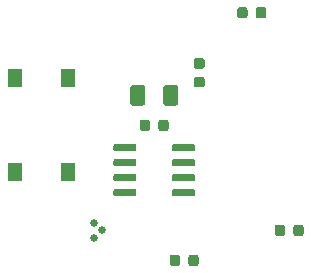
<source format=gtp>
G04 #@! TF.GenerationSoftware,KiCad,Pcbnew,(5.1.5)-3*
G04 #@! TF.CreationDate,2019-12-28T19:55:40-06:00*
G04 #@! TF.ProjectId,tymkrs_Cyphercon_2020_IRbutton,74796d6b-7273-45f4-9379-70686572636f,V0*
G04 #@! TF.SameCoordinates,Original*
G04 #@! TF.FileFunction,Paste,Top*
G04 #@! TF.FilePolarity,Positive*
%FSLAX46Y46*%
G04 Gerber Fmt 4.6, Leading zero omitted, Abs format (unit mm)*
G04 Created by KiCad (PCBNEW (5.1.5)-3) date 2019-12-28 19:55:40*
%MOMM*%
%LPD*%
G04 APERTURE LIST*
%ADD10C,0.100000*%
%ADD11R,1.300000X1.550000*%
%ADD12C,0.635000*%
G04 APERTURE END LIST*
D10*
G36*
X159524703Y-92410722D02*
G01*
X159539264Y-92412882D01*
X159553543Y-92416459D01*
X159567403Y-92421418D01*
X159580710Y-92427712D01*
X159593336Y-92435280D01*
X159605159Y-92444048D01*
X159616066Y-92453934D01*
X159625952Y-92464841D01*
X159634720Y-92476664D01*
X159642288Y-92489290D01*
X159648582Y-92502597D01*
X159653541Y-92516457D01*
X159657118Y-92530736D01*
X159659278Y-92545297D01*
X159660000Y-92560000D01*
X159660000Y-92860000D01*
X159659278Y-92874703D01*
X159657118Y-92889264D01*
X159653541Y-92903543D01*
X159648582Y-92917403D01*
X159642288Y-92930710D01*
X159634720Y-92943336D01*
X159625952Y-92955159D01*
X159616066Y-92966066D01*
X159605159Y-92975952D01*
X159593336Y-92984720D01*
X159580710Y-92992288D01*
X159567403Y-92998582D01*
X159553543Y-93003541D01*
X159539264Y-93007118D01*
X159524703Y-93009278D01*
X159510000Y-93010000D01*
X157860000Y-93010000D01*
X157845297Y-93009278D01*
X157830736Y-93007118D01*
X157816457Y-93003541D01*
X157802597Y-92998582D01*
X157789290Y-92992288D01*
X157776664Y-92984720D01*
X157764841Y-92975952D01*
X157753934Y-92966066D01*
X157744048Y-92955159D01*
X157735280Y-92943336D01*
X157727712Y-92930710D01*
X157721418Y-92917403D01*
X157716459Y-92903543D01*
X157712882Y-92889264D01*
X157710722Y-92874703D01*
X157710000Y-92860000D01*
X157710000Y-92560000D01*
X157710722Y-92545297D01*
X157712882Y-92530736D01*
X157716459Y-92516457D01*
X157721418Y-92502597D01*
X157727712Y-92489290D01*
X157735280Y-92476664D01*
X157744048Y-92464841D01*
X157753934Y-92453934D01*
X157764841Y-92444048D01*
X157776664Y-92435280D01*
X157789290Y-92427712D01*
X157802597Y-92421418D01*
X157816457Y-92416459D01*
X157830736Y-92412882D01*
X157845297Y-92410722D01*
X157860000Y-92410000D01*
X159510000Y-92410000D01*
X159524703Y-92410722D01*
G37*
G36*
X159524703Y-93680722D02*
G01*
X159539264Y-93682882D01*
X159553543Y-93686459D01*
X159567403Y-93691418D01*
X159580710Y-93697712D01*
X159593336Y-93705280D01*
X159605159Y-93714048D01*
X159616066Y-93723934D01*
X159625952Y-93734841D01*
X159634720Y-93746664D01*
X159642288Y-93759290D01*
X159648582Y-93772597D01*
X159653541Y-93786457D01*
X159657118Y-93800736D01*
X159659278Y-93815297D01*
X159660000Y-93830000D01*
X159660000Y-94130000D01*
X159659278Y-94144703D01*
X159657118Y-94159264D01*
X159653541Y-94173543D01*
X159648582Y-94187403D01*
X159642288Y-94200710D01*
X159634720Y-94213336D01*
X159625952Y-94225159D01*
X159616066Y-94236066D01*
X159605159Y-94245952D01*
X159593336Y-94254720D01*
X159580710Y-94262288D01*
X159567403Y-94268582D01*
X159553543Y-94273541D01*
X159539264Y-94277118D01*
X159524703Y-94279278D01*
X159510000Y-94280000D01*
X157860000Y-94280000D01*
X157845297Y-94279278D01*
X157830736Y-94277118D01*
X157816457Y-94273541D01*
X157802597Y-94268582D01*
X157789290Y-94262288D01*
X157776664Y-94254720D01*
X157764841Y-94245952D01*
X157753934Y-94236066D01*
X157744048Y-94225159D01*
X157735280Y-94213336D01*
X157727712Y-94200710D01*
X157721418Y-94187403D01*
X157716459Y-94173543D01*
X157712882Y-94159264D01*
X157710722Y-94144703D01*
X157710000Y-94130000D01*
X157710000Y-93830000D01*
X157710722Y-93815297D01*
X157712882Y-93800736D01*
X157716459Y-93786457D01*
X157721418Y-93772597D01*
X157727712Y-93759290D01*
X157735280Y-93746664D01*
X157744048Y-93734841D01*
X157753934Y-93723934D01*
X157764841Y-93714048D01*
X157776664Y-93705280D01*
X157789290Y-93697712D01*
X157802597Y-93691418D01*
X157816457Y-93686459D01*
X157830736Y-93682882D01*
X157845297Y-93680722D01*
X157860000Y-93680000D01*
X159510000Y-93680000D01*
X159524703Y-93680722D01*
G37*
G36*
X159524703Y-94950722D02*
G01*
X159539264Y-94952882D01*
X159553543Y-94956459D01*
X159567403Y-94961418D01*
X159580710Y-94967712D01*
X159593336Y-94975280D01*
X159605159Y-94984048D01*
X159616066Y-94993934D01*
X159625952Y-95004841D01*
X159634720Y-95016664D01*
X159642288Y-95029290D01*
X159648582Y-95042597D01*
X159653541Y-95056457D01*
X159657118Y-95070736D01*
X159659278Y-95085297D01*
X159660000Y-95100000D01*
X159660000Y-95400000D01*
X159659278Y-95414703D01*
X159657118Y-95429264D01*
X159653541Y-95443543D01*
X159648582Y-95457403D01*
X159642288Y-95470710D01*
X159634720Y-95483336D01*
X159625952Y-95495159D01*
X159616066Y-95506066D01*
X159605159Y-95515952D01*
X159593336Y-95524720D01*
X159580710Y-95532288D01*
X159567403Y-95538582D01*
X159553543Y-95543541D01*
X159539264Y-95547118D01*
X159524703Y-95549278D01*
X159510000Y-95550000D01*
X157860000Y-95550000D01*
X157845297Y-95549278D01*
X157830736Y-95547118D01*
X157816457Y-95543541D01*
X157802597Y-95538582D01*
X157789290Y-95532288D01*
X157776664Y-95524720D01*
X157764841Y-95515952D01*
X157753934Y-95506066D01*
X157744048Y-95495159D01*
X157735280Y-95483336D01*
X157727712Y-95470710D01*
X157721418Y-95457403D01*
X157716459Y-95443543D01*
X157712882Y-95429264D01*
X157710722Y-95414703D01*
X157710000Y-95400000D01*
X157710000Y-95100000D01*
X157710722Y-95085297D01*
X157712882Y-95070736D01*
X157716459Y-95056457D01*
X157721418Y-95042597D01*
X157727712Y-95029290D01*
X157735280Y-95016664D01*
X157744048Y-95004841D01*
X157753934Y-94993934D01*
X157764841Y-94984048D01*
X157776664Y-94975280D01*
X157789290Y-94967712D01*
X157802597Y-94961418D01*
X157816457Y-94956459D01*
X157830736Y-94952882D01*
X157845297Y-94950722D01*
X157860000Y-94950000D01*
X159510000Y-94950000D01*
X159524703Y-94950722D01*
G37*
G36*
X159524703Y-96220722D02*
G01*
X159539264Y-96222882D01*
X159553543Y-96226459D01*
X159567403Y-96231418D01*
X159580710Y-96237712D01*
X159593336Y-96245280D01*
X159605159Y-96254048D01*
X159616066Y-96263934D01*
X159625952Y-96274841D01*
X159634720Y-96286664D01*
X159642288Y-96299290D01*
X159648582Y-96312597D01*
X159653541Y-96326457D01*
X159657118Y-96340736D01*
X159659278Y-96355297D01*
X159660000Y-96370000D01*
X159660000Y-96670000D01*
X159659278Y-96684703D01*
X159657118Y-96699264D01*
X159653541Y-96713543D01*
X159648582Y-96727403D01*
X159642288Y-96740710D01*
X159634720Y-96753336D01*
X159625952Y-96765159D01*
X159616066Y-96776066D01*
X159605159Y-96785952D01*
X159593336Y-96794720D01*
X159580710Y-96802288D01*
X159567403Y-96808582D01*
X159553543Y-96813541D01*
X159539264Y-96817118D01*
X159524703Y-96819278D01*
X159510000Y-96820000D01*
X157860000Y-96820000D01*
X157845297Y-96819278D01*
X157830736Y-96817118D01*
X157816457Y-96813541D01*
X157802597Y-96808582D01*
X157789290Y-96802288D01*
X157776664Y-96794720D01*
X157764841Y-96785952D01*
X157753934Y-96776066D01*
X157744048Y-96765159D01*
X157735280Y-96753336D01*
X157727712Y-96740710D01*
X157721418Y-96727403D01*
X157716459Y-96713543D01*
X157712882Y-96699264D01*
X157710722Y-96684703D01*
X157710000Y-96670000D01*
X157710000Y-96370000D01*
X157710722Y-96355297D01*
X157712882Y-96340736D01*
X157716459Y-96326457D01*
X157721418Y-96312597D01*
X157727712Y-96299290D01*
X157735280Y-96286664D01*
X157744048Y-96274841D01*
X157753934Y-96263934D01*
X157764841Y-96254048D01*
X157776664Y-96245280D01*
X157789290Y-96237712D01*
X157802597Y-96231418D01*
X157816457Y-96226459D01*
X157830736Y-96222882D01*
X157845297Y-96220722D01*
X157860000Y-96220000D01*
X159510000Y-96220000D01*
X159524703Y-96220722D01*
G37*
G36*
X154574703Y-96220722D02*
G01*
X154589264Y-96222882D01*
X154603543Y-96226459D01*
X154617403Y-96231418D01*
X154630710Y-96237712D01*
X154643336Y-96245280D01*
X154655159Y-96254048D01*
X154666066Y-96263934D01*
X154675952Y-96274841D01*
X154684720Y-96286664D01*
X154692288Y-96299290D01*
X154698582Y-96312597D01*
X154703541Y-96326457D01*
X154707118Y-96340736D01*
X154709278Y-96355297D01*
X154710000Y-96370000D01*
X154710000Y-96670000D01*
X154709278Y-96684703D01*
X154707118Y-96699264D01*
X154703541Y-96713543D01*
X154698582Y-96727403D01*
X154692288Y-96740710D01*
X154684720Y-96753336D01*
X154675952Y-96765159D01*
X154666066Y-96776066D01*
X154655159Y-96785952D01*
X154643336Y-96794720D01*
X154630710Y-96802288D01*
X154617403Y-96808582D01*
X154603543Y-96813541D01*
X154589264Y-96817118D01*
X154574703Y-96819278D01*
X154560000Y-96820000D01*
X152910000Y-96820000D01*
X152895297Y-96819278D01*
X152880736Y-96817118D01*
X152866457Y-96813541D01*
X152852597Y-96808582D01*
X152839290Y-96802288D01*
X152826664Y-96794720D01*
X152814841Y-96785952D01*
X152803934Y-96776066D01*
X152794048Y-96765159D01*
X152785280Y-96753336D01*
X152777712Y-96740710D01*
X152771418Y-96727403D01*
X152766459Y-96713543D01*
X152762882Y-96699264D01*
X152760722Y-96684703D01*
X152760000Y-96670000D01*
X152760000Y-96370000D01*
X152760722Y-96355297D01*
X152762882Y-96340736D01*
X152766459Y-96326457D01*
X152771418Y-96312597D01*
X152777712Y-96299290D01*
X152785280Y-96286664D01*
X152794048Y-96274841D01*
X152803934Y-96263934D01*
X152814841Y-96254048D01*
X152826664Y-96245280D01*
X152839290Y-96237712D01*
X152852597Y-96231418D01*
X152866457Y-96226459D01*
X152880736Y-96222882D01*
X152895297Y-96220722D01*
X152910000Y-96220000D01*
X154560000Y-96220000D01*
X154574703Y-96220722D01*
G37*
G36*
X154574703Y-94950722D02*
G01*
X154589264Y-94952882D01*
X154603543Y-94956459D01*
X154617403Y-94961418D01*
X154630710Y-94967712D01*
X154643336Y-94975280D01*
X154655159Y-94984048D01*
X154666066Y-94993934D01*
X154675952Y-95004841D01*
X154684720Y-95016664D01*
X154692288Y-95029290D01*
X154698582Y-95042597D01*
X154703541Y-95056457D01*
X154707118Y-95070736D01*
X154709278Y-95085297D01*
X154710000Y-95100000D01*
X154710000Y-95400000D01*
X154709278Y-95414703D01*
X154707118Y-95429264D01*
X154703541Y-95443543D01*
X154698582Y-95457403D01*
X154692288Y-95470710D01*
X154684720Y-95483336D01*
X154675952Y-95495159D01*
X154666066Y-95506066D01*
X154655159Y-95515952D01*
X154643336Y-95524720D01*
X154630710Y-95532288D01*
X154617403Y-95538582D01*
X154603543Y-95543541D01*
X154589264Y-95547118D01*
X154574703Y-95549278D01*
X154560000Y-95550000D01*
X152910000Y-95550000D01*
X152895297Y-95549278D01*
X152880736Y-95547118D01*
X152866457Y-95543541D01*
X152852597Y-95538582D01*
X152839290Y-95532288D01*
X152826664Y-95524720D01*
X152814841Y-95515952D01*
X152803934Y-95506066D01*
X152794048Y-95495159D01*
X152785280Y-95483336D01*
X152777712Y-95470710D01*
X152771418Y-95457403D01*
X152766459Y-95443543D01*
X152762882Y-95429264D01*
X152760722Y-95414703D01*
X152760000Y-95400000D01*
X152760000Y-95100000D01*
X152760722Y-95085297D01*
X152762882Y-95070736D01*
X152766459Y-95056457D01*
X152771418Y-95042597D01*
X152777712Y-95029290D01*
X152785280Y-95016664D01*
X152794048Y-95004841D01*
X152803934Y-94993934D01*
X152814841Y-94984048D01*
X152826664Y-94975280D01*
X152839290Y-94967712D01*
X152852597Y-94961418D01*
X152866457Y-94956459D01*
X152880736Y-94952882D01*
X152895297Y-94950722D01*
X152910000Y-94950000D01*
X154560000Y-94950000D01*
X154574703Y-94950722D01*
G37*
G36*
X154574703Y-93680722D02*
G01*
X154589264Y-93682882D01*
X154603543Y-93686459D01*
X154617403Y-93691418D01*
X154630710Y-93697712D01*
X154643336Y-93705280D01*
X154655159Y-93714048D01*
X154666066Y-93723934D01*
X154675952Y-93734841D01*
X154684720Y-93746664D01*
X154692288Y-93759290D01*
X154698582Y-93772597D01*
X154703541Y-93786457D01*
X154707118Y-93800736D01*
X154709278Y-93815297D01*
X154710000Y-93830000D01*
X154710000Y-94130000D01*
X154709278Y-94144703D01*
X154707118Y-94159264D01*
X154703541Y-94173543D01*
X154698582Y-94187403D01*
X154692288Y-94200710D01*
X154684720Y-94213336D01*
X154675952Y-94225159D01*
X154666066Y-94236066D01*
X154655159Y-94245952D01*
X154643336Y-94254720D01*
X154630710Y-94262288D01*
X154617403Y-94268582D01*
X154603543Y-94273541D01*
X154589264Y-94277118D01*
X154574703Y-94279278D01*
X154560000Y-94280000D01*
X152910000Y-94280000D01*
X152895297Y-94279278D01*
X152880736Y-94277118D01*
X152866457Y-94273541D01*
X152852597Y-94268582D01*
X152839290Y-94262288D01*
X152826664Y-94254720D01*
X152814841Y-94245952D01*
X152803934Y-94236066D01*
X152794048Y-94225159D01*
X152785280Y-94213336D01*
X152777712Y-94200710D01*
X152771418Y-94187403D01*
X152766459Y-94173543D01*
X152762882Y-94159264D01*
X152760722Y-94144703D01*
X152760000Y-94130000D01*
X152760000Y-93830000D01*
X152760722Y-93815297D01*
X152762882Y-93800736D01*
X152766459Y-93786457D01*
X152771418Y-93772597D01*
X152777712Y-93759290D01*
X152785280Y-93746664D01*
X152794048Y-93734841D01*
X152803934Y-93723934D01*
X152814841Y-93714048D01*
X152826664Y-93705280D01*
X152839290Y-93697712D01*
X152852597Y-93691418D01*
X152866457Y-93686459D01*
X152880736Y-93682882D01*
X152895297Y-93680722D01*
X152910000Y-93680000D01*
X154560000Y-93680000D01*
X154574703Y-93680722D01*
G37*
G36*
X154574703Y-92410722D02*
G01*
X154589264Y-92412882D01*
X154603543Y-92416459D01*
X154617403Y-92421418D01*
X154630710Y-92427712D01*
X154643336Y-92435280D01*
X154655159Y-92444048D01*
X154666066Y-92453934D01*
X154675952Y-92464841D01*
X154684720Y-92476664D01*
X154692288Y-92489290D01*
X154698582Y-92502597D01*
X154703541Y-92516457D01*
X154707118Y-92530736D01*
X154709278Y-92545297D01*
X154710000Y-92560000D01*
X154710000Y-92860000D01*
X154709278Y-92874703D01*
X154707118Y-92889264D01*
X154703541Y-92903543D01*
X154698582Y-92917403D01*
X154692288Y-92930710D01*
X154684720Y-92943336D01*
X154675952Y-92955159D01*
X154666066Y-92966066D01*
X154655159Y-92975952D01*
X154643336Y-92984720D01*
X154630710Y-92992288D01*
X154617403Y-92998582D01*
X154603543Y-93003541D01*
X154589264Y-93007118D01*
X154574703Y-93009278D01*
X154560000Y-93010000D01*
X152910000Y-93010000D01*
X152895297Y-93009278D01*
X152880736Y-93007118D01*
X152866457Y-93003541D01*
X152852597Y-92998582D01*
X152839290Y-92992288D01*
X152826664Y-92984720D01*
X152814841Y-92975952D01*
X152803934Y-92966066D01*
X152794048Y-92955159D01*
X152785280Y-92943336D01*
X152777712Y-92930710D01*
X152771418Y-92917403D01*
X152766459Y-92903543D01*
X152762882Y-92889264D01*
X152760722Y-92874703D01*
X152760000Y-92860000D01*
X152760000Y-92560000D01*
X152760722Y-92545297D01*
X152762882Y-92530736D01*
X152766459Y-92516457D01*
X152771418Y-92502597D01*
X152777712Y-92489290D01*
X152785280Y-92476664D01*
X152794048Y-92464841D01*
X152803934Y-92453934D01*
X152814841Y-92444048D01*
X152826664Y-92435280D01*
X152839290Y-92427712D01*
X152852597Y-92421418D01*
X152866457Y-92416459D01*
X152880736Y-92412882D01*
X152895297Y-92410722D01*
X152910000Y-92410000D01*
X154560000Y-92410000D01*
X154574703Y-92410722D01*
G37*
D11*
X148935000Y-86830000D03*
X148935000Y-94780000D03*
X144435000Y-94780000D03*
X144435000Y-86830000D03*
D10*
G36*
X165492691Y-80806053D02*
G01*
X165513926Y-80809203D01*
X165534750Y-80814419D01*
X165554962Y-80821651D01*
X165574368Y-80830830D01*
X165592781Y-80841866D01*
X165610024Y-80854654D01*
X165625930Y-80869070D01*
X165640346Y-80884976D01*
X165653134Y-80902219D01*
X165664170Y-80920632D01*
X165673349Y-80940038D01*
X165680581Y-80960250D01*
X165685797Y-80981074D01*
X165688947Y-81002309D01*
X165690000Y-81023750D01*
X165690000Y-81536250D01*
X165688947Y-81557691D01*
X165685797Y-81578926D01*
X165680581Y-81599750D01*
X165673349Y-81619962D01*
X165664170Y-81639368D01*
X165653134Y-81657781D01*
X165640346Y-81675024D01*
X165625930Y-81690930D01*
X165610024Y-81705346D01*
X165592781Y-81718134D01*
X165574368Y-81729170D01*
X165554962Y-81738349D01*
X165534750Y-81745581D01*
X165513926Y-81750797D01*
X165492691Y-81753947D01*
X165471250Y-81755000D01*
X165033750Y-81755000D01*
X165012309Y-81753947D01*
X164991074Y-81750797D01*
X164970250Y-81745581D01*
X164950038Y-81738349D01*
X164930632Y-81729170D01*
X164912219Y-81718134D01*
X164894976Y-81705346D01*
X164879070Y-81690930D01*
X164864654Y-81675024D01*
X164851866Y-81657781D01*
X164840830Y-81639368D01*
X164831651Y-81619962D01*
X164824419Y-81599750D01*
X164819203Y-81578926D01*
X164816053Y-81557691D01*
X164815000Y-81536250D01*
X164815000Y-81023750D01*
X164816053Y-81002309D01*
X164819203Y-80981074D01*
X164824419Y-80960250D01*
X164831651Y-80940038D01*
X164840830Y-80920632D01*
X164851866Y-80902219D01*
X164864654Y-80884976D01*
X164879070Y-80869070D01*
X164894976Y-80854654D01*
X164912219Y-80841866D01*
X164930632Y-80830830D01*
X164950038Y-80821651D01*
X164970250Y-80814419D01*
X164991074Y-80809203D01*
X165012309Y-80806053D01*
X165033750Y-80805000D01*
X165471250Y-80805000D01*
X165492691Y-80806053D01*
G37*
G36*
X163917691Y-80806053D02*
G01*
X163938926Y-80809203D01*
X163959750Y-80814419D01*
X163979962Y-80821651D01*
X163999368Y-80830830D01*
X164017781Y-80841866D01*
X164035024Y-80854654D01*
X164050930Y-80869070D01*
X164065346Y-80884976D01*
X164078134Y-80902219D01*
X164089170Y-80920632D01*
X164098349Y-80940038D01*
X164105581Y-80960250D01*
X164110797Y-80981074D01*
X164113947Y-81002309D01*
X164115000Y-81023750D01*
X164115000Y-81536250D01*
X164113947Y-81557691D01*
X164110797Y-81578926D01*
X164105581Y-81599750D01*
X164098349Y-81619962D01*
X164089170Y-81639368D01*
X164078134Y-81657781D01*
X164065346Y-81675024D01*
X164050930Y-81690930D01*
X164035024Y-81705346D01*
X164017781Y-81718134D01*
X163999368Y-81729170D01*
X163979962Y-81738349D01*
X163959750Y-81745581D01*
X163938926Y-81750797D01*
X163917691Y-81753947D01*
X163896250Y-81755000D01*
X163458750Y-81755000D01*
X163437309Y-81753947D01*
X163416074Y-81750797D01*
X163395250Y-81745581D01*
X163375038Y-81738349D01*
X163355632Y-81729170D01*
X163337219Y-81718134D01*
X163319976Y-81705346D01*
X163304070Y-81690930D01*
X163289654Y-81675024D01*
X163276866Y-81657781D01*
X163265830Y-81639368D01*
X163256651Y-81619962D01*
X163249419Y-81599750D01*
X163244203Y-81578926D01*
X163241053Y-81557691D01*
X163240000Y-81536250D01*
X163240000Y-81023750D01*
X163241053Y-81002309D01*
X163244203Y-80981074D01*
X163249419Y-80960250D01*
X163256651Y-80940038D01*
X163265830Y-80920632D01*
X163276866Y-80902219D01*
X163289654Y-80884976D01*
X163304070Y-80869070D01*
X163319976Y-80854654D01*
X163337219Y-80841866D01*
X163355632Y-80830830D01*
X163375038Y-80821651D01*
X163395250Y-80814419D01*
X163416074Y-80809203D01*
X163437309Y-80806053D01*
X163458750Y-80805000D01*
X163896250Y-80805000D01*
X163917691Y-80806053D01*
G37*
G36*
X159777691Y-101761053D02*
G01*
X159798926Y-101764203D01*
X159819750Y-101769419D01*
X159839962Y-101776651D01*
X159859368Y-101785830D01*
X159877781Y-101796866D01*
X159895024Y-101809654D01*
X159910930Y-101824070D01*
X159925346Y-101839976D01*
X159938134Y-101857219D01*
X159949170Y-101875632D01*
X159958349Y-101895038D01*
X159965581Y-101915250D01*
X159970797Y-101936074D01*
X159973947Y-101957309D01*
X159975000Y-101978750D01*
X159975000Y-102491250D01*
X159973947Y-102512691D01*
X159970797Y-102533926D01*
X159965581Y-102554750D01*
X159958349Y-102574962D01*
X159949170Y-102594368D01*
X159938134Y-102612781D01*
X159925346Y-102630024D01*
X159910930Y-102645930D01*
X159895024Y-102660346D01*
X159877781Y-102673134D01*
X159859368Y-102684170D01*
X159839962Y-102693349D01*
X159819750Y-102700581D01*
X159798926Y-102705797D01*
X159777691Y-102708947D01*
X159756250Y-102710000D01*
X159318750Y-102710000D01*
X159297309Y-102708947D01*
X159276074Y-102705797D01*
X159255250Y-102700581D01*
X159235038Y-102693349D01*
X159215632Y-102684170D01*
X159197219Y-102673134D01*
X159179976Y-102660346D01*
X159164070Y-102645930D01*
X159149654Y-102630024D01*
X159136866Y-102612781D01*
X159125830Y-102594368D01*
X159116651Y-102574962D01*
X159109419Y-102554750D01*
X159104203Y-102533926D01*
X159101053Y-102512691D01*
X159100000Y-102491250D01*
X159100000Y-101978750D01*
X159101053Y-101957309D01*
X159104203Y-101936074D01*
X159109419Y-101915250D01*
X159116651Y-101895038D01*
X159125830Y-101875632D01*
X159136866Y-101857219D01*
X159149654Y-101839976D01*
X159164070Y-101824070D01*
X159179976Y-101809654D01*
X159197219Y-101796866D01*
X159215632Y-101785830D01*
X159235038Y-101776651D01*
X159255250Y-101769419D01*
X159276074Y-101764203D01*
X159297309Y-101761053D01*
X159318750Y-101760000D01*
X159756250Y-101760000D01*
X159777691Y-101761053D01*
G37*
G36*
X158202691Y-101761053D02*
G01*
X158223926Y-101764203D01*
X158244750Y-101769419D01*
X158264962Y-101776651D01*
X158284368Y-101785830D01*
X158302781Y-101796866D01*
X158320024Y-101809654D01*
X158335930Y-101824070D01*
X158350346Y-101839976D01*
X158363134Y-101857219D01*
X158374170Y-101875632D01*
X158383349Y-101895038D01*
X158390581Y-101915250D01*
X158395797Y-101936074D01*
X158398947Y-101957309D01*
X158400000Y-101978750D01*
X158400000Y-102491250D01*
X158398947Y-102512691D01*
X158395797Y-102533926D01*
X158390581Y-102554750D01*
X158383349Y-102574962D01*
X158374170Y-102594368D01*
X158363134Y-102612781D01*
X158350346Y-102630024D01*
X158335930Y-102645930D01*
X158320024Y-102660346D01*
X158302781Y-102673134D01*
X158284368Y-102684170D01*
X158264962Y-102693349D01*
X158244750Y-102700581D01*
X158223926Y-102705797D01*
X158202691Y-102708947D01*
X158181250Y-102710000D01*
X157743750Y-102710000D01*
X157722309Y-102708947D01*
X157701074Y-102705797D01*
X157680250Y-102700581D01*
X157660038Y-102693349D01*
X157640632Y-102684170D01*
X157622219Y-102673134D01*
X157604976Y-102660346D01*
X157589070Y-102645930D01*
X157574654Y-102630024D01*
X157561866Y-102612781D01*
X157550830Y-102594368D01*
X157541651Y-102574962D01*
X157534419Y-102554750D01*
X157529203Y-102533926D01*
X157526053Y-102512691D01*
X157525000Y-102491250D01*
X157525000Y-101978750D01*
X157526053Y-101957309D01*
X157529203Y-101936074D01*
X157534419Y-101915250D01*
X157541651Y-101895038D01*
X157550830Y-101875632D01*
X157561866Y-101857219D01*
X157574654Y-101839976D01*
X157589070Y-101824070D01*
X157604976Y-101809654D01*
X157622219Y-101796866D01*
X157640632Y-101785830D01*
X157660038Y-101776651D01*
X157680250Y-101769419D01*
X157701074Y-101764203D01*
X157722309Y-101761053D01*
X157743750Y-101760000D01*
X158181250Y-101760000D01*
X158202691Y-101761053D01*
G37*
G36*
X160297691Y-86711053D02*
G01*
X160318926Y-86714203D01*
X160339750Y-86719419D01*
X160359962Y-86726651D01*
X160379368Y-86735830D01*
X160397781Y-86746866D01*
X160415024Y-86759654D01*
X160430930Y-86774070D01*
X160445346Y-86789976D01*
X160458134Y-86807219D01*
X160469170Y-86825632D01*
X160478349Y-86845038D01*
X160485581Y-86865250D01*
X160490797Y-86886074D01*
X160493947Y-86907309D01*
X160495000Y-86928750D01*
X160495000Y-87366250D01*
X160493947Y-87387691D01*
X160490797Y-87408926D01*
X160485581Y-87429750D01*
X160478349Y-87449962D01*
X160469170Y-87469368D01*
X160458134Y-87487781D01*
X160445346Y-87505024D01*
X160430930Y-87520930D01*
X160415024Y-87535346D01*
X160397781Y-87548134D01*
X160379368Y-87559170D01*
X160359962Y-87568349D01*
X160339750Y-87575581D01*
X160318926Y-87580797D01*
X160297691Y-87583947D01*
X160276250Y-87585000D01*
X159763750Y-87585000D01*
X159742309Y-87583947D01*
X159721074Y-87580797D01*
X159700250Y-87575581D01*
X159680038Y-87568349D01*
X159660632Y-87559170D01*
X159642219Y-87548134D01*
X159624976Y-87535346D01*
X159609070Y-87520930D01*
X159594654Y-87505024D01*
X159581866Y-87487781D01*
X159570830Y-87469368D01*
X159561651Y-87449962D01*
X159554419Y-87429750D01*
X159549203Y-87408926D01*
X159546053Y-87387691D01*
X159545000Y-87366250D01*
X159545000Y-86928750D01*
X159546053Y-86907309D01*
X159549203Y-86886074D01*
X159554419Y-86865250D01*
X159561651Y-86845038D01*
X159570830Y-86825632D01*
X159581866Y-86807219D01*
X159594654Y-86789976D01*
X159609070Y-86774070D01*
X159624976Y-86759654D01*
X159642219Y-86746866D01*
X159660632Y-86735830D01*
X159680038Y-86726651D01*
X159700250Y-86719419D01*
X159721074Y-86714203D01*
X159742309Y-86711053D01*
X159763750Y-86710000D01*
X160276250Y-86710000D01*
X160297691Y-86711053D01*
G37*
G36*
X160297691Y-85136053D02*
G01*
X160318926Y-85139203D01*
X160339750Y-85144419D01*
X160359962Y-85151651D01*
X160379368Y-85160830D01*
X160397781Y-85171866D01*
X160415024Y-85184654D01*
X160430930Y-85199070D01*
X160445346Y-85214976D01*
X160458134Y-85232219D01*
X160469170Y-85250632D01*
X160478349Y-85270038D01*
X160485581Y-85290250D01*
X160490797Y-85311074D01*
X160493947Y-85332309D01*
X160495000Y-85353750D01*
X160495000Y-85791250D01*
X160493947Y-85812691D01*
X160490797Y-85833926D01*
X160485581Y-85854750D01*
X160478349Y-85874962D01*
X160469170Y-85894368D01*
X160458134Y-85912781D01*
X160445346Y-85930024D01*
X160430930Y-85945930D01*
X160415024Y-85960346D01*
X160397781Y-85973134D01*
X160379368Y-85984170D01*
X160359962Y-85993349D01*
X160339750Y-86000581D01*
X160318926Y-86005797D01*
X160297691Y-86008947D01*
X160276250Y-86010000D01*
X159763750Y-86010000D01*
X159742309Y-86008947D01*
X159721074Y-86005797D01*
X159700250Y-86000581D01*
X159680038Y-85993349D01*
X159660632Y-85984170D01*
X159642219Y-85973134D01*
X159624976Y-85960346D01*
X159609070Y-85945930D01*
X159594654Y-85930024D01*
X159581866Y-85912781D01*
X159570830Y-85894368D01*
X159561651Y-85874962D01*
X159554419Y-85854750D01*
X159549203Y-85833926D01*
X159546053Y-85812691D01*
X159545000Y-85791250D01*
X159545000Y-85353750D01*
X159546053Y-85332309D01*
X159549203Y-85311074D01*
X159554419Y-85290250D01*
X159561651Y-85270038D01*
X159570830Y-85250632D01*
X159581866Y-85232219D01*
X159594654Y-85214976D01*
X159609070Y-85199070D01*
X159624976Y-85184654D01*
X159642219Y-85171866D01*
X159660632Y-85160830D01*
X159680038Y-85151651D01*
X159700250Y-85144419D01*
X159721074Y-85139203D01*
X159742309Y-85136053D01*
X159763750Y-85135000D01*
X160276250Y-85135000D01*
X160297691Y-85136053D01*
G37*
D12*
X151765000Y-99695000D03*
X151130000Y-100330000D03*
X151130000Y-99060000D03*
D10*
G36*
X168667691Y-99221053D02*
G01*
X168688926Y-99224203D01*
X168709750Y-99229419D01*
X168729962Y-99236651D01*
X168749368Y-99245830D01*
X168767781Y-99256866D01*
X168785024Y-99269654D01*
X168800930Y-99284070D01*
X168815346Y-99299976D01*
X168828134Y-99317219D01*
X168839170Y-99335632D01*
X168848349Y-99355038D01*
X168855581Y-99375250D01*
X168860797Y-99396074D01*
X168863947Y-99417309D01*
X168865000Y-99438750D01*
X168865000Y-99951250D01*
X168863947Y-99972691D01*
X168860797Y-99993926D01*
X168855581Y-100014750D01*
X168848349Y-100034962D01*
X168839170Y-100054368D01*
X168828134Y-100072781D01*
X168815346Y-100090024D01*
X168800930Y-100105930D01*
X168785024Y-100120346D01*
X168767781Y-100133134D01*
X168749368Y-100144170D01*
X168729962Y-100153349D01*
X168709750Y-100160581D01*
X168688926Y-100165797D01*
X168667691Y-100168947D01*
X168646250Y-100170000D01*
X168208750Y-100170000D01*
X168187309Y-100168947D01*
X168166074Y-100165797D01*
X168145250Y-100160581D01*
X168125038Y-100153349D01*
X168105632Y-100144170D01*
X168087219Y-100133134D01*
X168069976Y-100120346D01*
X168054070Y-100105930D01*
X168039654Y-100090024D01*
X168026866Y-100072781D01*
X168015830Y-100054368D01*
X168006651Y-100034962D01*
X167999419Y-100014750D01*
X167994203Y-99993926D01*
X167991053Y-99972691D01*
X167990000Y-99951250D01*
X167990000Y-99438750D01*
X167991053Y-99417309D01*
X167994203Y-99396074D01*
X167999419Y-99375250D01*
X168006651Y-99355038D01*
X168015830Y-99335632D01*
X168026866Y-99317219D01*
X168039654Y-99299976D01*
X168054070Y-99284070D01*
X168069976Y-99269654D01*
X168087219Y-99256866D01*
X168105632Y-99245830D01*
X168125038Y-99236651D01*
X168145250Y-99229419D01*
X168166074Y-99224203D01*
X168187309Y-99221053D01*
X168208750Y-99220000D01*
X168646250Y-99220000D01*
X168667691Y-99221053D01*
G37*
G36*
X167092691Y-99221053D02*
G01*
X167113926Y-99224203D01*
X167134750Y-99229419D01*
X167154962Y-99236651D01*
X167174368Y-99245830D01*
X167192781Y-99256866D01*
X167210024Y-99269654D01*
X167225930Y-99284070D01*
X167240346Y-99299976D01*
X167253134Y-99317219D01*
X167264170Y-99335632D01*
X167273349Y-99355038D01*
X167280581Y-99375250D01*
X167285797Y-99396074D01*
X167288947Y-99417309D01*
X167290000Y-99438750D01*
X167290000Y-99951250D01*
X167288947Y-99972691D01*
X167285797Y-99993926D01*
X167280581Y-100014750D01*
X167273349Y-100034962D01*
X167264170Y-100054368D01*
X167253134Y-100072781D01*
X167240346Y-100090024D01*
X167225930Y-100105930D01*
X167210024Y-100120346D01*
X167192781Y-100133134D01*
X167174368Y-100144170D01*
X167154962Y-100153349D01*
X167134750Y-100160581D01*
X167113926Y-100165797D01*
X167092691Y-100168947D01*
X167071250Y-100170000D01*
X166633750Y-100170000D01*
X166612309Y-100168947D01*
X166591074Y-100165797D01*
X166570250Y-100160581D01*
X166550038Y-100153349D01*
X166530632Y-100144170D01*
X166512219Y-100133134D01*
X166494976Y-100120346D01*
X166479070Y-100105930D01*
X166464654Y-100090024D01*
X166451866Y-100072781D01*
X166440830Y-100054368D01*
X166431651Y-100034962D01*
X166424419Y-100014750D01*
X166419203Y-99993926D01*
X166416053Y-99972691D01*
X166415000Y-99951250D01*
X166415000Y-99438750D01*
X166416053Y-99417309D01*
X166419203Y-99396074D01*
X166424419Y-99375250D01*
X166431651Y-99355038D01*
X166440830Y-99335632D01*
X166451866Y-99317219D01*
X166464654Y-99299976D01*
X166479070Y-99284070D01*
X166494976Y-99269654D01*
X166512219Y-99256866D01*
X166530632Y-99245830D01*
X166550038Y-99236651D01*
X166570250Y-99229419D01*
X166591074Y-99224203D01*
X166612309Y-99221053D01*
X166633750Y-99220000D01*
X167071250Y-99220000D01*
X167092691Y-99221053D01*
G37*
G36*
X157237691Y-90331053D02*
G01*
X157258926Y-90334203D01*
X157279750Y-90339419D01*
X157299962Y-90346651D01*
X157319368Y-90355830D01*
X157337781Y-90366866D01*
X157355024Y-90379654D01*
X157370930Y-90394070D01*
X157385346Y-90409976D01*
X157398134Y-90427219D01*
X157409170Y-90445632D01*
X157418349Y-90465038D01*
X157425581Y-90485250D01*
X157430797Y-90506074D01*
X157433947Y-90527309D01*
X157435000Y-90548750D01*
X157435000Y-91061250D01*
X157433947Y-91082691D01*
X157430797Y-91103926D01*
X157425581Y-91124750D01*
X157418349Y-91144962D01*
X157409170Y-91164368D01*
X157398134Y-91182781D01*
X157385346Y-91200024D01*
X157370930Y-91215930D01*
X157355024Y-91230346D01*
X157337781Y-91243134D01*
X157319368Y-91254170D01*
X157299962Y-91263349D01*
X157279750Y-91270581D01*
X157258926Y-91275797D01*
X157237691Y-91278947D01*
X157216250Y-91280000D01*
X156778750Y-91280000D01*
X156757309Y-91278947D01*
X156736074Y-91275797D01*
X156715250Y-91270581D01*
X156695038Y-91263349D01*
X156675632Y-91254170D01*
X156657219Y-91243134D01*
X156639976Y-91230346D01*
X156624070Y-91215930D01*
X156609654Y-91200024D01*
X156596866Y-91182781D01*
X156585830Y-91164368D01*
X156576651Y-91144962D01*
X156569419Y-91124750D01*
X156564203Y-91103926D01*
X156561053Y-91082691D01*
X156560000Y-91061250D01*
X156560000Y-90548750D01*
X156561053Y-90527309D01*
X156564203Y-90506074D01*
X156569419Y-90485250D01*
X156576651Y-90465038D01*
X156585830Y-90445632D01*
X156596866Y-90427219D01*
X156609654Y-90409976D01*
X156624070Y-90394070D01*
X156639976Y-90379654D01*
X156657219Y-90366866D01*
X156675632Y-90355830D01*
X156695038Y-90346651D01*
X156715250Y-90339419D01*
X156736074Y-90334203D01*
X156757309Y-90331053D01*
X156778750Y-90330000D01*
X157216250Y-90330000D01*
X157237691Y-90331053D01*
G37*
G36*
X155662691Y-90331053D02*
G01*
X155683926Y-90334203D01*
X155704750Y-90339419D01*
X155724962Y-90346651D01*
X155744368Y-90355830D01*
X155762781Y-90366866D01*
X155780024Y-90379654D01*
X155795930Y-90394070D01*
X155810346Y-90409976D01*
X155823134Y-90427219D01*
X155834170Y-90445632D01*
X155843349Y-90465038D01*
X155850581Y-90485250D01*
X155855797Y-90506074D01*
X155858947Y-90527309D01*
X155860000Y-90548750D01*
X155860000Y-91061250D01*
X155858947Y-91082691D01*
X155855797Y-91103926D01*
X155850581Y-91124750D01*
X155843349Y-91144962D01*
X155834170Y-91164368D01*
X155823134Y-91182781D01*
X155810346Y-91200024D01*
X155795930Y-91215930D01*
X155780024Y-91230346D01*
X155762781Y-91243134D01*
X155744368Y-91254170D01*
X155724962Y-91263349D01*
X155704750Y-91270581D01*
X155683926Y-91275797D01*
X155662691Y-91278947D01*
X155641250Y-91280000D01*
X155203750Y-91280000D01*
X155182309Y-91278947D01*
X155161074Y-91275797D01*
X155140250Y-91270581D01*
X155120038Y-91263349D01*
X155100632Y-91254170D01*
X155082219Y-91243134D01*
X155064976Y-91230346D01*
X155049070Y-91215930D01*
X155034654Y-91200024D01*
X155021866Y-91182781D01*
X155010830Y-91164368D01*
X155001651Y-91144962D01*
X154994419Y-91124750D01*
X154989203Y-91103926D01*
X154986053Y-91082691D01*
X154985000Y-91061250D01*
X154985000Y-90548750D01*
X154986053Y-90527309D01*
X154989203Y-90506074D01*
X154994419Y-90485250D01*
X155001651Y-90465038D01*
X155010830Y-90445632D01*
X155021866Y-90427219D01*
X155034654Y-90409976D01*
X155049070Y-90394070D01*
X155064976Y-90379654D01*
X155082219Y-90366866D01*
X155100632Y-90355830D01*
X155120038Y-90346651D01*
X155140250Y-90339419D01*
X155161074Y-90334203D01*
X155182309Y-90331053D01*
X155203750Y-90330000D01*
X155641250Y-90330000D01*
X155662691Y-90331053D01*
G37*
G36*
X158009504Y-87391204D02*
G01*
X158033773Y-87394804D01*
X158057571Y-87400765D01*
X158080671Y-87409030D01*
X158102849Y-87419520D01*
X158123893Y-87432133D01*
X158143598Y-87446747D01*
X158161777Y-87463223D01*
X158178253Y-87481402D01*
X158192867Y-87501107D01*
X158205480Y-87522151D01*
X158215970Y-87544329D01*
X158224235Y-87567429D01*
X158230196Y-87591227D01*
X158233796Y-87615496D01*
X158235000Y-87640000D01*
X158235000Y-88890000D01*
X158233796Y-88914504D01*
X158230196Y-88938773D01*
X158224235Y-88962571D01*
X158215970Y-88985671D01*
X158205480Y-89007849D01*
X158192867Y-89028893D01*
X158178253Y-89048598D01*
X158161777Y-89066777D01*
X158143598Y-89083253D01*
X158123893Y-89097867D01*
X158102849Y-89110480D01*
X158080671Y-89120970D01*
X158057571Y-89129235D01*
X158033773Y-89135196D01*
X158009504Y-89138796D01*
X157985000Y-89140000D01*
X157235000Y-89140000D01*
X157210496Y-89138796D01*
X157186227Y-89135196D01*
X157162429Y-89129235D01*
X157139329Y-89120970D01*
X157117151Y-89110480D01*
X157096107Y-89097867D01*
X157076402Y-89083253D01*
X157058223Y-89066777D01*
X157041747Y-89048598D01*
X157027133Y-89028893D01*
X157014520Y-89007849D01*
X157004030Y-88985671D01*
X156995765Y-88962571D01*
X156989804Y-88938773D01*
X156986204Y-88914504D01*
X156985000Y-88890000D01*
X156985000Y-87640000D01*
X156986204Y-87615496D01*
X156989804Y-87591227D01*
X156995765Y-87567429D01*
X157004030Y-87544329D01*
X157014520Y-87522151D01*
X157027133Y-87501107D01*
X157041747Y-87481402D01*
X157058223Y-87463223D01*
X157076402Y-87446747D01*
X157096107Y-87432133D01*
X157117151Y-87419520D01*
X157139329Y-87409030D01*
X157162429Y-87400765D01*
X157186227Y-87394804D01*
X157210496Y-87391204D01*
X157235000Y-87390000D01*
X157985000Y-87390000D01*
X158009504Y-87391204D01*
G37*
G36*
X155209504Y-87391204D02*
G01*
X155233773Y-87394804D01*
X155257571Y-87400765D01*
X155280671Y-87409030D01*
X155302849Y-87419520D01*
X155323893Y-87432133D01*
X155343598Y-87446747D01*
X155361777Y-87463223D01*
X155378253Y-87481402D01*
X155392867Y-87501107D01*
X155405480Y-87522151D01*
X155415970Y-87544329D01*
X155424235Y-87567429D01*
X155430196Y-87591227D01*
X155433796Y-87615496D01*
X155435000Y-87640000D01*
X155435000Y-88890000D01*
X155433796Y-88914504D01*
X155430196Y-88938773D01*
X155424235Y-88962571D01*
X155415970Y-88985671D01*
X155405480Y-89007849D01*
X155392867Y-89028893D01*
X155378253Y-89048598D01*
X155361777Y-89066777D01*
X155343598Y-89083253D01*
X155323893Y-89097867D01*
X155302849Y-89110480D01*
X155280671Y-89120970D01*
X155257571Y-89129235D01*
X155233773Y-89135196D01*
X155209504Y-89138796D01*
X155185000Y-89140000D01*
X154435000Y-89140000D01*
X154410496Y-89138796D01*
X154386227Y-89135196D01*
X154362429Y-89129235D01*
X154339329Y-89120970D01*
X154317151Y-89110480D01*
X154296107Y-89097867D01*
X154276402Y-89083253D01*
X154258223Y-89066777D01*
X154241747Y-89048598D01*
X154227133Y-89028893D01*
X154214520Y-89007849D01*
X154204030Y-88985671D01*
X154195765Y-88962571D01*
X154189804Y-88938773D01*
X154186204Y-88914504D01*
X154185000Y-88890000D01*
X154185000Y-87640000D01*
X154186204Y-87615496D01*
X154189804Y-87591227D01*
X154195765Y-87567429D01*
X154204030Y-87544329D01*
X154214520Y-87522151D01*
X154227133Y-87501107D01*
X154241747Y-87481402D01*
X154258223Y-87463223D01*
X154276402Y-87446747D01*
X154296107Y-87432133D01*
X154317151Y-87419520D01*
X154339329Y-87409030D01*
X154362429Y-87400765D01*
X154386227Y-87394804D01*
X154410496Y-87391204D01*
X154435000Y-87390000D01*
X155185000Y-87390000D01*
X155209504Y-87391204D01*
G37*
M02*

</source>
